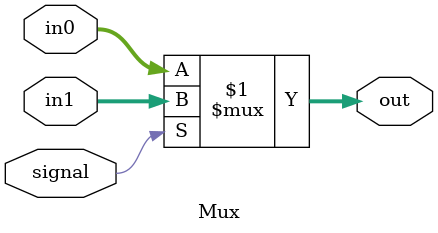
<source format=v>
`timescale 1ns / 1ps


module Mux #(parameter MSB = 31)
    (
    input [MSB:0] in0,
    input [MSB:0] in1,
    input signal,
    output [MSB:0] out
    );
    
    assign out = signal ? in1 : in0;
    
endmodule

</source>
